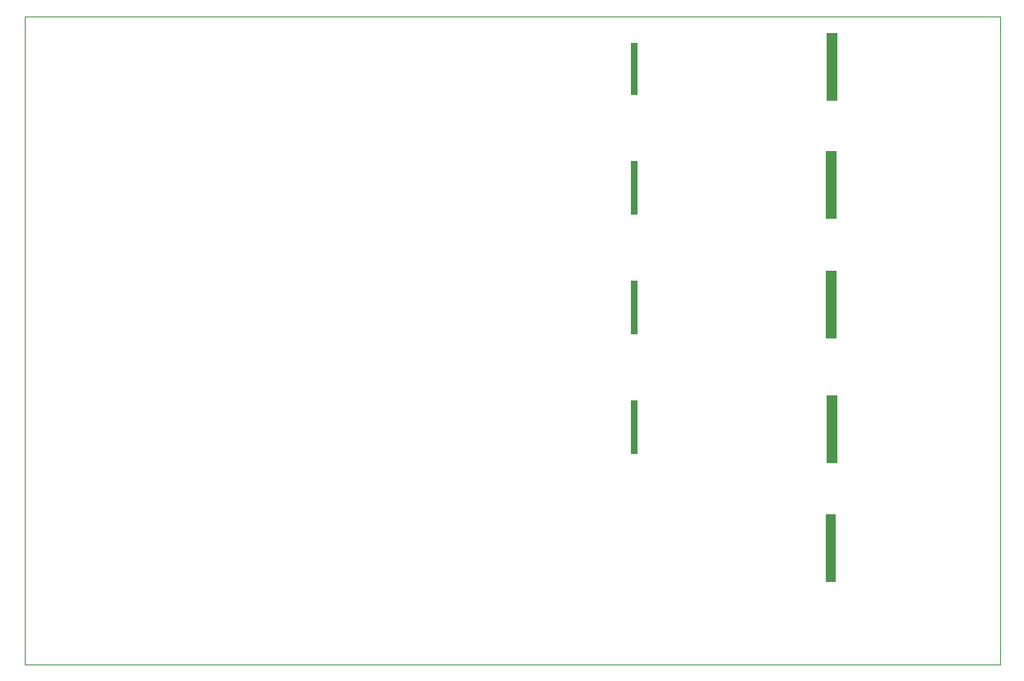
<source format=gbr>
%TF.GenerationSoftware,Altium Limited,Altium Designer,24.9.1 (31)*%
G04 Layer_Color=0*
%FSLAX45Y45*%
%MOMM*%
%TF.SameCoordinates,27D3D336-BC1F-43B1-B9D8-2BE266924E3D*%
%TF.FilePolarity,Positive*%
%TF.FileFunction,Profile,NP*%
%TF.Part,Single*%
G01*
G75*
%TA.AperFunction,Profile*%
%ADD118C,0.02540*%
G36*
X6219520Y2159000D02*
Y2712720D01*
X6281420D01*
Y2159000D01*
X6219520D01*
D02*
G37*
G36*
Y3385820D02*
Y3939540D01*
X6281420D01*
Y3385820D01*
X6219520D01*
D02*
G37*
G36*
Y4612640D02*
Y5166360D01*
X6281420D01*
Y4612640D01*
X6219520D01*
D02*
G37*
G36*
X8211896Y848360D02*
X8321040D01*
Y1544320D01*
X8211896D01*
Y848360D01*
D02*
G37*
G36*
X8212173Y4569759D02*
X8321317D01*
Y5265719D01*
X8212173D01*
Y4569759D01*
D02*
G37*
G36*
Y3347720D02*
X8321317D01*
Y4043680D01*
X8212173D01*
Y3347720D01*
D02*
G37*
G36*
X8223288Y2067560D02*
X8332432D01*
Y2763520D01*
X8223288D01*
Y2067560D01*
D02*
G37*
G36*
X6219520Y5839460D02*
Y6380480D01*
X6281420D01*
Y5839460D01*
X6219520D01*
D02*
G37*
G36*
X8223288Y5783580D02*
X8332432D01*
Y6479540D01*
X8223288D01*
Y5783580D01*
D02*
G37*
D118*
X0Y0D02*
Y6650000D01*
X10000000D01*
Y0D01*
X0D01*
%TF.MD5,0f267cb3ce86c897d8ba2f20960d004d*%
M02*

</source>
